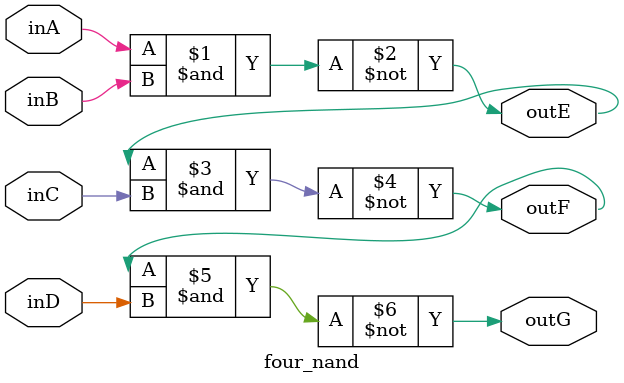
<source format=v>
`timescale 1ns / 1ps

module four_nand(inA, inB, inC, inD, outE, outF, outG);

input inA, inB, inC, inD;
output outE, outF, outG;

assign outE = ~(inA & inB);
assign outF = ~(outE & inC);
assign outG = ~(outF & inD);

endmodule

</source>
